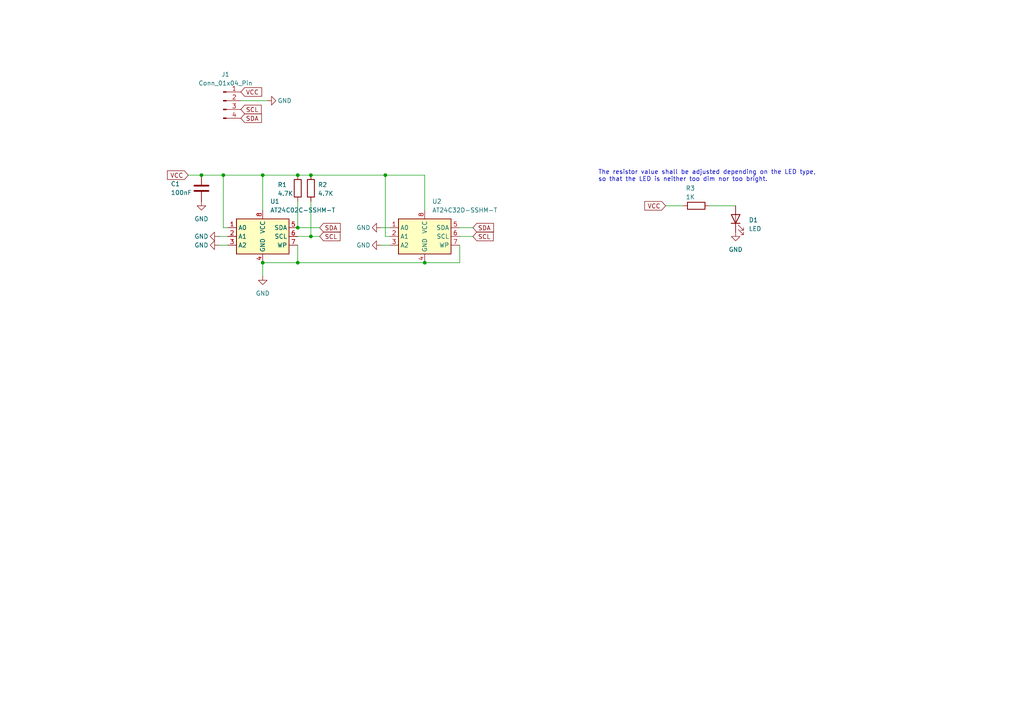
<source format=kicad_sch>
(kicad_sch (version 20250114) (generator "eeschema") (generator_version "9.0")
  (paper "A4")
  (lib_symbols
    (symbol "Connector:Conn_01x04_Pin" (pin_names (offset 1.016) (hide yes))
      (property "Reference" "J" (at 0 5.08 0))
      (property "Value" "Conn_01x04_Pin" (at 0 -7.62 0))
      (symbol "Conn_01x04_Pin_1_1"
        (rectangle (start 0.8636 2.667) (end 0 2.413) (stroke (width 0.1524)) (fill (type outline)))
        (rectangle (start 0.8636 0.127) (end 0 -0.127) (stroke (width 0.1524)) (fill (type outline)))
        (rectangle (start 0.8636 -2.413) (end 0 -2.667) (stroke (width 0.1524)) (fill (type outline)))
        (rectangle (start 0.8636 -4.953) (end 0 -5.207) (stroke (width 0.1524)) (fill (type outline)))
        (polyline (pts (xy 1.27 2.54) (xy 0.8636 2.54)) (stroke (width 0.1524)))
        (polyline (pts (xy 1.27 0) (xy 0.8636 0)) (stroke (width 0.1524)))
        (polyline (pts (xy 1.27 -2.54) (xy 0.8636 -2.54)) (stroke (width 0.1524)))
        (polyline (pts (xy 1.27 -5.08) (xy 0.8636 -5.08)) (stroke (width 0.1524)))
        (pin passive line (at 5.08 2.54 180) (length 3.81) (name "Pin_1") (number "1"))
        (pin passive line (at 5.08 0 180) (length 3.81) (name "Pin_2") (number "2"))
        (pin passive line (at 5.08 -2.54 180) (length 3.81) (name "Pin_3") (number "3"))
        (pin passive line (at 5.08 -5.08 180) (length 3.81) (name "Pin_4") (number "4"))
      )
    )
    (symbol "Device:C" (pin_numbers (hide yes)) (pin_names (offset 0.254))
      (property "Reference" "C" (at 0.635 2.54 0))
      (property "Value" "C" (at 0.635 -2.54 0))
      (symbol "C_0_1"
        (polyline (pts (xy -2.032 0.762) (xy 2.032 0.762)) (stroke (width 0.508)))
        (polyline (pts (xy -2.032 -0.762) (xy 2.032 -0.762)) (stroke (width 0.508)))
      )
      (symbol "C_1_1"
        (pin passive line (at 0 3.81 270) (length 2.794) (name "~") (number "1"))
        (pin passive line (at 0 -3.81 90) (length 2.794) (name "~") (number "2"))
      )
    )
    (symbol "Device:LED" (pin_numbers (hide yes)) (pin_names (offset 1.016) (hide yes))
      (property "Reference" "D" (at 0 2.54 0))
      (property "Value" "LED" (at 0 -2.54 0))
      (symbol "LED_0_1"
        (polyline (pts (xy -3.048 -0.762) (xy -4.572 -2.286) (xy -3.81 -2.286) (xy -4.572 -2.286) (xy -4.572 -1.524)))
        (polyline (pts (xy -1.778 -0.762) (xy -3.302 -2.286) (xy -2.54 -2.286) (xy -3.302 -2.286) (xy -3.302 -1.524)))
        (polyline (pts (xy -1.27 0) (xy 1.27 0)))
        (polyline (pts (xy -1.27 -1.27) (xy -1.27 1.27)) (stroke (width 0.254)))
        (polyline (pts (xy 1.27 -1.27) (xy 1.27 1.27) (xy -1.27 0) (xy 1.27 -1.27)) (stroke (width 0.254)))
      )
      (symbol "LED_1_1"
        (pin passive line (at -3.81 0 0) (length 2.54) (name "K") (number "1"))
        (pin passive line (at 3.81 0 180) (length 2.54) (name "A") (number "2"))
      )
    )
    (symbol "Device:R" (pin_numbers (hide yes)) (pin_names (offset 0))
      (property "Reference" "R" (at 2.032 0 90))
      (property "Value" "R" (at 0 0 90))
      (symbol "R_0_1"
        (rectangle (start -1.016 -2.54) (end 1.016 2.54) (stroke (width 0.254)))
      )
      (symbol "R_1_1"
        (pin passive line (at 0 3.81 270) (length 1.27) (name "~") (number "1"))
        (pin passive line (at 0 -3.81 90) (length 1.27) (name "~") (number "2"))
      )
    )
    (symbol "Memory_EEPROM:24C02Cx-x-SN"
      (property "Reference" "U" (at -7.62 6.35 0))
      (property "Value" "24C02Cx-x-SN" (at 2.54 -6.35 0))
      (symbol "24C02Cx-x-SN_1_1"
        (rectangle (start -7.62 5.08) (end 7.62 -5.08) (stroke (width 0.254)) (fill (type background)))
        (pin input line (at -10.16 2.54 0) (length 2.54) (name "A0") (number "1"))
        (pin input line (at -10.16 0 0) (length 2.54) (name "A1") (number "2"))
        (pin input line (at -10.16 -2.54 0) (length 2.54) (name "A2") (number "3"))
        (pin power_in line (at 0 7.62 270) (length 2.54) (name "VCC") (number "8"))
        (pin power_in line (at 0 -7.62 90) (length 2.54) (name "GND") (number "4"))
        (pin bidirectional line (at 10.16 2.54 180) (length 2.54) (name "SDA") (number "5"))
        (pin input line (at 10.16 0 180) (length 2.54) (name "SCL") (number "6"))
        (pin input line (at 10.16 -2.54 180) (length 2.54) (name "WP") (number "7"))
      )
    )
    (symbol "Memory_EEPROM:AT24CS32-SSHM"
      (property "Reference" "U" (at -7.62 6.35 0))
      (property "Value" "AT24CS32-SSHM" (at 2.54 -6.35 0))
      (symbol "AT24CS32-SSHM_1_1"
        (rectangle (start -7.62 5.08) (end 7.62 -5.08) (stroke (width 0.254)) (fill (type background)))
        (pin input line (at -10.16 2.54 0) (length 2.54) (name "A0") (number "1"))
        (pin input line (at -10.16 0 0) (length 2.54) (name "A1") (number "2"))
        (pin input line (at -10.16 -2.54 0) (length 2.54) (name "A2") (number "3"))
        (pin power_in line (at 0 7.62 270) (length 2.54) (name "VCC") (number "8"))
        (pin power_in line (at 0 -7.62 90) (length 2.54) (name "GND") (number "4"))
        (pin bidirectional line (at 10.16 2.54 180) (length 2.54) (name "SDA") (number "5"))
        (pin input line (at 10.16 0 180) (length 2.54) (name "SCL") (number "6"))
        (pin input line (at 10.16 -2.54 180) (length 2.54) (name "WP") (number "7"))
      )
    )
    (symbol "power:GND" (power) (pin_numbers (hide yes)) (pin_names (offset 0) (hide yes))
      (property "Value" "GND" (at 0 -3.81 0))
      (symbol "GND_0_1"
        (polyline (pts (xy 0 0) (xy 0 -1.27) (xy 1.27 -1.27) (xy 0 -2.54) (xy -1.27 -1.27) (xy 0 -1.27)))
      )
      (symbol "GND_1_1"
        (pin power_in line (at 0 0 270) (length 0) (name "~") (number "1"))
      )
    )
  )
  (text "The resistor value shall be adjusted depending on the LED type,\nso that the LED is neither too dim nor too bright." (at 173.482 51.054 0) (effects (font (size 1.27 1.27)) (justify left)))
  (junction (at 123.19 76.2))
  (junction (at 76.2 76.2))
  (junction (at 86.36 66.04))
  (junction (at 90.17 68.58))
  (junction (at 76.2 50.8))
  (junction (at 86.36 76.2))
  (junction (at 86.36 50.8))
  (junction (at 58.42 50.8))
  (junction (at 64.77 50.8))
  (junction (at 111.76 50.8))
  (junction (at 90.17 50.8))
  (wire (pts (xy 110.49 71.12) (xy 113.03 71.12)))
  (wire (pts (xy 111.76 50.8) (xy 111.76 68.58)))
  (wire (pts (xy 64.77 50.8) (xy 76.2 50.8)))
  (wire (pts (xy 58.42 50.8) (xy 64.77 50.8)))
  (wire (pts (xy 76.2 76.2) (xy 86.36 76.2)))
  (wire (pts (xy 137.16 68.58) (xy 133.35 68.58)))
  (wire (pts (xy 86.36 58.42) (xy 86.36 66.04)))
  (wire (pts (xy 133.35 71.12) (xy 133.35 76.2)))
  (wire (pts (xy 86.36 50.8) (xy 90.17 50.8)))
  (wire (pts (xy 123.19 50.8) (xy 123.19 60.96)))
  (wire (pts (xy 54.61 50.8) (xy 58.42 50.8)))
  (wire (pts (xy 193.04 59.69) (xy 198.12 59.69)))
  (wire (pts (xy 111.76 50.8) (xy 123.19 50.8)))
  (wire (pts (xy 137.16 66.04) (xy 133.35 66.04)))
  (wire (pts (xy 64.77 50.8) (xy 64.77 66.04)))
  (wire (pts (xy 86.36 71.12) (xy 86.36 76.2)))
  (wire (pts (xy 113.03 68.58) (xy 111.76 68.58)))
  (wire (pts (xy 63.5 71.12) (xy 66.04 71.12)))
  (wire (pts (xy 76.2 80.01) (xy 76.2 76.2)))
  (wire (pts (xy 69.85 29.21) (xy 77.47 29.21)))
  (wire (pts (xy 63.5 68.58) (xy 66.04 68.58)))
  (wire (pts (xy 90.17 68.58) (xy 86.36 68.58)))
  (wire (pts (xy 110.49 66.04) (xy 113.03 66.04)))
  (wire (pts (xy 90.17 50.8) (xy 111.76 50.8)))
  (wire (pts (xy 205.74 59.69) (xy 213.36 59.69)))
  (wire (pts (xy 90.17 58.42) (xy 90.17 68.58)))
  (wire (pts (xy 64.77 66.04) (xy 66.04 66.04)))
  (wire (pts (xy 133.35 76.2) (xy 123.19 76.2)))
  (wire (pts (xy 92.71 66.04) (xy 86.36 66.04)))
  (wire (pts (xy 86.36 76.2) (xy 123.19 76.2)))
  (wire (pts (xy 76.2 50.8) (xy 76.2 60.96)))
  (wire (pts (xy 76.2 50.8) (xy 86.36 50.8)))
  (wire (pts (xy 90.17 68.58) (xy 92.71 68.58)))
  (global_label "SDA" (shape input) (at 137.16 66.04 0) (property "Intersheetrefs" "${INTERSHEET_REFS}" (effects (hide yes))))
  (global_label "VCC" (shape input) (at 54.61 50.8 180) (property "Intersheetrefs" "${INTERSHEET_REFS}" (effects (hide yes))))
  (global_label "SCL" (shape input) (at 137.16 68.58 0) (property "Intersheetrefs" "${INTERSHEET_REFS}" (effects (hide yes))))
  (global_label "SDA" (shape input) (at 92.71 66.04 0) (property "Intersheetrefs" "${INTERSHEET_REFS}" (effects (hide yes))))
  (global_label "SDA" (shape input) (at 69.85 34.29 0) (property "Intersheetrefs" "${INTERSHEET_REFS}" (effects (hide yes))))
  (global_label "VCC" (shape input) (at 69.85 26.67 0) (property "Intersheetrefs" "${INTERSHEET_REFS}" (effects (hide yes))))
  (global_label "SCL" (shape input) (at 69.85 31.75 0) (property "Intersheetrefs" "${INTERSHEET_REFS}" (effects (hide yes))))
  (global_label "VCC" (shape input) (at 193.04 59.69 180) (property "Intersheetrefs" "${INTERSHEET_REFS}" (effects (hide yes))))
  (global_label "SCL" (shape input) (at 92.71 68.58 0) (property "Intersheetrefs" "${INTERSHEET_REFS}" (effects (hide yes))))
  (symbol (lib_id "power:GND") (at 213.36 67.31 0) (unit 1)
    (property "Reference" "#PWR08" (effects (hide yes)))
    (property "Value" "GND" (at 213.36 72.39 0))
    (property "Description" "Power symbol creates a global label with name \"GND\" , ground" (effects (hide yes)))
  )
  (symbol (lib_id "Device:LED") (at 213.36 63.5 90) (unit 1)
    (property "Reference" "D1" (at 217.17 63.8174 90) (effects (justify right)))
    (property "Value" "LED" (at 217.17 66.3574 90) (effects (justify right)))
    (property "Footprint" "LED_SMD:LED_0603_1608Metric_Pad1.05x0.95mm_HandSolder" (effects (hide yes)))
    (property "Description" "Light emitting diode" (effects (hide yes)))
    (property "Sim.Pins" "1=K 2=A" (effects (hide yes)))
  )
  (symbol (lib_id "Device:R") (at 90.17 54.61 0) (unit 1)
    (property "Reference" "R2" (at 92.202 53.594 0) (effects (justify left)))
    (property "Value" "4.7K" (at 92.202 56.134 0) (effects (justify left)))
    (property "Footprint" "Resistor_SMD:R_0603_1608Metric_Pad0.98x0.95mm_HandSolder" (effects (hide yes)))
    (property "Description" "Resistor" (effects (hide yes)))
  )
  (symbol (lib_id "Device:R") (at 201.93 59.69 90) (unit 1)
    (property "Reference" "R3" (at 198.882 54.61 90) (effects (justify right)))
    (property "Value" "1K" (at 198.882 57.15 90) (effects (justify right)))
    (property "Footprint" "Resistor_SMD:R_0603_1608Metric_Pad0.98x0.95mm_HandSolder" (effects (hide yes)))
    (property "Description" "Resistor" (effects (hide yes)))
  )
  (symbol (lib_id "power:GND") (at 63.5 68.58 270) (unit 1)
    (property "Reference" "#PWR03" (effects (hide yes)))
    (property "Value" "GND" (at 58.42 68.58 90))
    (property "Description" "Power symbol creates a global label with name \"GND\" , ground" (effects (hide yes)))
  )
  (symbol (lib_id "Connector:Conn_01x04_Pin") (at 64.77 29.21 0) (unit 1)
    (property "Reference" "J1" (at 65.405 21.59 0))
    (property "Value" "Conn_01x04_Pin" (at 65.405 24.13 0))
    (property "Footprint" "Connector_PinHeader_2.54mm:PinHeader_1x04_P2.54mm_Vertical" (effects (hide yes)))
    (property "Description" "Generic connector, single row, 01x04, script generated" (effects (hide yes)))
  )
  (symbol (lib_id "Device:C") (at 58.42 54.61 0) (unit 1)
    (property "Reference" "C1" (at 49.53 53.34 0) (effects (justify left)))
    (property "Value" "100nF" (at 49.53 55.88 0) (effects (justify left)))
    (property "Footprint" "Capacitor_SMD:C_0603_1608Metric_Pad1.08x0.95mm_HandSolder" (effects (hide yes)))
    (property "Description" "Unpolarized capacitor" (effects (hide yes)))
  )
  (symbol (lib_id "power:GND") (at 110.49 66.04 270) (unit 1)
    (property "Reference" "#PWR04" (effects (hide yes)))
    (property "Value" "GND" (at 105.41 66.04 90))
    (property "Description" "Power symbol creates a global label with name \"GND\" , ground" (effects (hide yes)))
  )
  (symbol (lib_id "Memory_EEPROM:AT24CS32-SSHM") (at 123.19 68.58 0) (unit 1)
    (property "Reference" "U2" (at 125.3333 58.42 0) (effects (justify left)))
    (property "Value" "AT24C32D-SSHM-T" (at 125.3333 60.96 0) (effects (justify left)))
    (property "Footprint" "Package_SO:SOIC-8_3.9x4.9mm_P1.27mm" (effects (hide yes)))
    (property "Datasheet" "http://ww1.microchip.com/downloads/en/DeviceDoc/Atmel-8869-SEEPROM-AT24CS32-Datasheet.pdf" (effects (hide yes)))
    (property "Description" "I2C Serial EEPROM, 32Kb (4096x8) with Unique Serial Number, SO8" (effects (hide yes)))
  )
  (symbol (lib_id "power:GND") (at 110.49 71.12 270) (unit 1)
    (property "Reference" "#PWR05" (effects (hide yes)))
    (property "Value" "GND" (at 105.41 71.12 90))
    (property "Description" "Power symbol creates a global label with name \"GND\" , ground" (effects (hide yes)))
  )
  (symbol (lib_id "Memory_EEPROM:24C02Cx-x-SN") (at 76.2 68.58 0) (unit 1)
    (property "Reference" "U1" (at 78.3433 58.42 0) (effects (justify left)))
    (property "Value" "AT24C02C-SSHM-T" (at 78.3433 60.96 0) (effects (justify left)))
    (property "Footprint" "Package_SO:SOIC-8_3.9x4.9mm_P1.27mm" (effects (hide yes)))
    (property "Datasheet" "https://ww1.microchip.com/downloads/aemDocuments/documents/MPD/ProductDocuments/DataSheets/2-Kbit-5.0V-I2C-Serial-EEPROM-Data-Sheet-DS20001202.pdf" (effects (hide yes)))
    (property "Description" "2-Kbit (256 x 8-bit) I2C Serial EEPROM, chip address inputs (A0, A1, A2), write-protect pin (WP), 4.5..5.5V supply, SOIC-8" (effects (hide yes)))
  )
  (symbol (lib_id "power:GND") (at 63.5 71.12 270) (unit 1)
    (property "Reference" "#PWR02" (effects (hide yes)))
    (property "Value" "GND" (at 58.42 71.12 90))
    (property "Description" "Power symbol creates a global label with name \"GND\" , ground" (effects (hide yes)))
  )
  (symbol (lib_id "Device:R") (at 86.36 54.61 0) (unit 1)
    (property "Reference" "R1" (at 80.518 53.594 0) (effects (justify left)))
    (property "Value" "4.7K" (at 80.518 56.134 0) (effects (justify left)))
    (property "Footprint" "Resistor_SMD:R_0603_1608Metric_Pad0.98x0.95mm_HandSolder" (effects (hide yes)))
    (property "Description" "Resistor" (effects (hide yes)))
  )
  (symbol (lib_id "power:GND") (at 77.47 29.21 90) (unit 1)
    (property "Reference" "#PWR06" (effects (hide yes)))
    (property "Value" "GND" (at 82.55 29.21 90))
    (property "Description" "Power symbol creates a global label with name \"GND\" , ground" (effects (hide yes)))
  )
  (symbol (lib_id "power:GND") (at 58.42 58.42 0) (unit 1)
    (property "Reference" "#PWR07" (effects (hide yes)))
    (property "Value" "GND" (at 58.42 63.5 0))
    (property "Description" "Power symbol creates a global label with name \"GND\" , ground" (effects (hide yes)))
  )
  (symbol (lib_id "power:GND") (at 76.2 80.01 0) (unit 1)
    (property "Reference" "#PWR01" (effects (hide yes)))
    (property "Value" "GND" (at 76.2 85.09 0))
    (property "Description" "Power symbol creates a global label with name \"GND\" , ground" (effects (hide yes)))
  )
)
</source>
